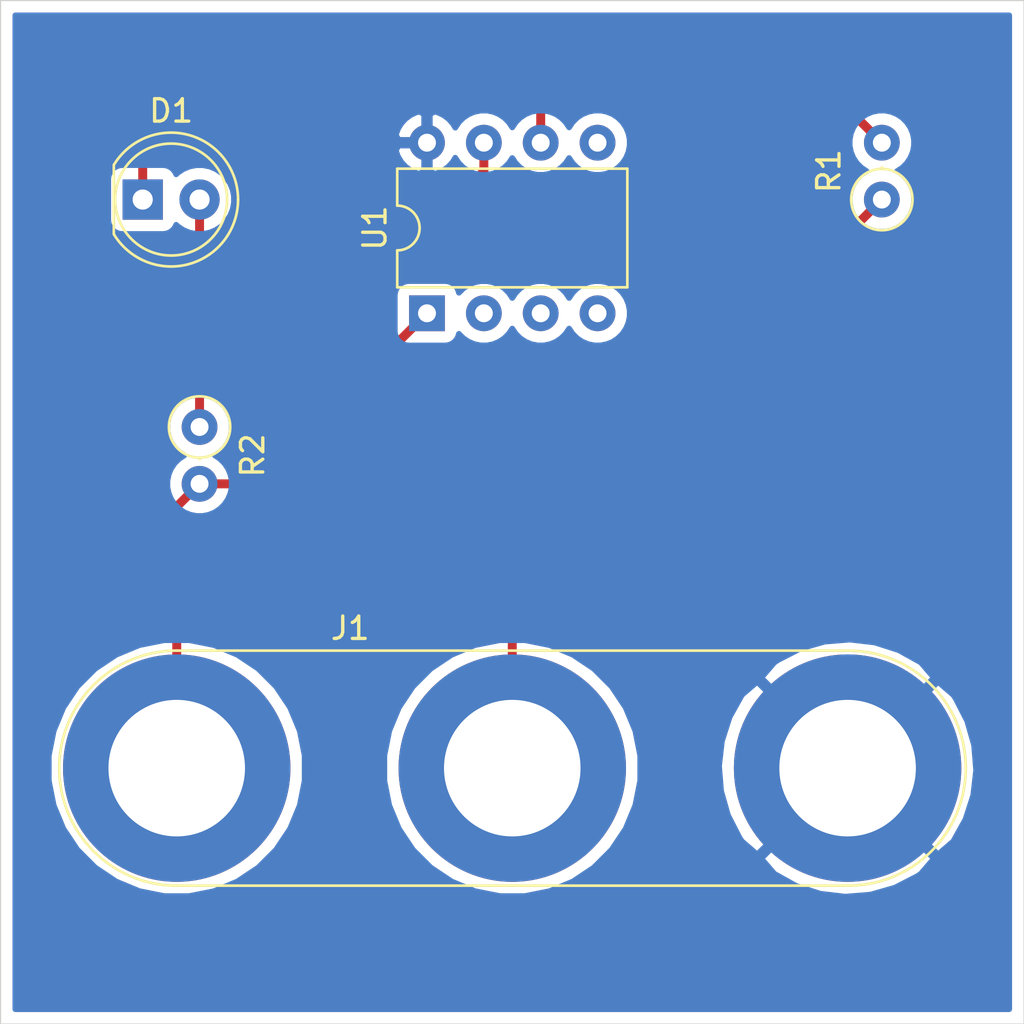
<source format=kicad_pcb>
(kicad_pcb (version 20171130) (host pcbnew "(5.1.10)-1")

  (general
    (thickness 1.6)
    (drawings 4)
    (tracks 24)
    (zones 0)
    (modules 5)
    (nets 11)
  )

  (page A4)
  (title_block
    (title 20210714)
  )

  (layers
    (0 F.Cu signal)
    (31 B.Cu signal)
    (32 B.Adhes user)
    (33 F.Adhes user)
    (34 B.Paste user)
    (35 F.Paste user)
    (36 B.SilkS user)
    (37 F.SilkS user)
    (38 B.Mask user)
    (39 F.Mask user)
    (40 Dwgs.User user)
    (41 Cmts.User user)
    (42 Eco1.User user)
    (43 Eco2.User user)
    (44 Edge.Cuts user)
    (45 Margin user)
    (46 B.CrtYd user)
    (47 F.CrtYd user)
    (48 B.Fab user)
    (49 F.Fab user)
  )

  (setup
    (last_trace_width 0.4)
    (trace_clearance 0.254)
    (zone_clearance 0.508)
    (zone_45_only no)
    (trace_min 0.2)
    (via_size 1.4)
    (via_drill 0.6)
    (via_min_size 0.4)
    (via_min_drill 0.3)
    (uvia_size 0.5)
    (uvia_drill 0.127)
    (uvias_allowed no)
    (uvia_min_size 0.2)
    (uvia_min_drill 0.1)
    (edge_width 0.05)
    (segment_width 0.2)
    (pcb_text_width 0.3)
    (pcb_text_size 1.5 1.5)
    (mod_edge_width 0.12)
    (mod_text_size 1 1)
    (mod_text_width 0.15)
    (pad_size 1.524 1.524)
    (pad_drill 0.762)
    (pad_to_mask_clearance 0)
    (aux_axis_origin 0 0)
    (visible_elements FFFFFF7F)
    (pcbplotparams
      (layerselection 0x010fc_ffffffff)
      (usegerberextensions false)
      (usegerberattributes true)
      (usegerberadvancedattributes true)
      (creategerberjobfile true)
      (excludeedgelayer true)
      (linewidth 0.100000)
      (plotframeref false)
      (viasonmask false)
      (mode 1)
      (useauxorigin false)
      (hpglpennumber 1)
      (hpglpenspeed 20)
      (hpglpendiameter 15.000000)
      (psnegative false)
      (psa4output false)
      (plotreference true)
      (plotvalue true)
      (plotinvisibletext false)
      (padsonsilk false)
      (subtractmaskfromsilk false)
      (outputformat 1)
      (mirror false)
      (drillshape 0)
      (scaleselection 1)
      (outputdirectory "G:/KiCADPGM/20210714/Gerber/"))
  )

  (net 0 "")
  (net 1 "Net-(D1-Pad1)")
  (net 2 "Net-(D1-Pad2)")
  (net 3 VCC)
  (net 4 GND)
  (net 5 "Net-(J1-Pad2)")
  (net 6 /INPUT)
  (net 7 "Net-(U1-Pad5)")
  (net 8 "Net-(U1-Pad2)")
  (net 9 "Net-(U1-Pad3)")
  (net 10 "Net-(U1-Pad4)")

  (net_class Default "This is the default net class."
    (clearance 0.254)
    (trace_width 0.4)
    (via_dia 1.4)
    (via_drill 0.6)
    (uvia_dia 0.5)
    (uvia_drill 0.127)
    (add_net /INPUT)
    (add_net GND)
    (add_net "Net-(D1-Pad1)")
    (add_net "Net-(D1-Pad2)")
    (add_net "Net-(J1-Pad2)")
    (add_net "Net-(U1-Pad2)")
    (add_net "Net-(U1-Pad3)")
    (add_net "Net-(U1-Pad4)")
    (add_net "Net-(U1-Pad5)")
    (add_net VCC)
  )

  (module LED_THT:LED_D5.0mm (layer F.Cu) (tedit 5995936A) (tstamp 60EE35A2)
    (at 101.6 72.39)
    (descr "LED, diameter 5.0mm, 2 pins, http://cdn-reichelt.de/documents/datenblatt/A500/LL-504BC2E-009.pdf")
    (tags "LED diameter 5.0mm 2 pins")
    (path /60EECDEB)
    (fp_text reference D1 (at 1.27 -3.96) (layer F.SilkS)
      (effects (font (size 1 1) (thickness 0.15)))
    )
    (fp_text value LED (at 1.27 3.96) (layer F.Fab)
      (effects (font (size 1 1) (thickness 0.15)))
    )
    (fp_line (start 4.5 -3.25) (end -1.95 -3.25) (layer F.CrtYd) (width 0.05))
    (fp_line (start 4.5 3.25) (end 4.5 -3.25) (layer F.CrtYd) (width 0.05))
    (fp_line (start -1.95 3.25) (end 4.5 3.25) (layer F.CrtYd) (width 0.05))
    (fp_line (start -1.95 -3.25) (end -1.95 3.25) (layer F.CrtYd) (width 0.05))
    (fp_line (start -1.29 -1.545) (end -1.29 1.545) (layer F.SilkS) (width 0.12))
    (fp_line (start -1.23 -1.469694) (end -1.23 1.469694) (layer F.Fab) (width 0.1))
    (fp_circle (center 1.27 0) (end 3.77 0) (layer F.SilkS) (width 0.12))
    (fp_circle (center 1.27 0) (end 3.77 0) (layer F.Fab) (width 0.1))
    (fp_arc (start 1.27 0) (end -1.23 -1.469694) (angle 299.1) (layer F.Fab) (width 0.1))
    (fp_arc (start 1.27 0) (end -1.29 -1.54483) (angle 148.9) (layer F.SilkS) (width 0.12))
    (fp_arc (start 1.27 0) (end -1.29 1.54483) (angle -148.9) (layer F.SilkS) (width 0.12))
    (fp_text user %R (at 1.25 0) (layer F.Fab)
      (effects (font (size 0.8 0.8) (thickness 0.2)))
    )
    (pad 1 thru_hole rect (at 0 0) (size 1.8 1.8) (drill 0.9) (layers *.Cu *.Mask)
      (net 1 "Net-(D1-Pad1)"))
    (pad 2 thru_hole circle (at 2.54 0) (size 1.8 1.8) (drill 0.9) (layers *.Cu *.Mask)
      (net 2 "Net-(D1-Pad2)"))
    (model ${KISYS3DMOD}/LED_THT.3dshapes/LED_D5.0mm.wrl
      (at (xyz 0 0 0))
      (scale (xyz 1 1 1))
      (rotate (xyz 0 0 0))
    )
  )

  (module Connector:Banana_Jack_3Pin (layer F.Cu) (tedit 5A1AB217) (tstamp 60EE35B8)
    (at 103.12 97.79)
    (descr "Triple banana socket, footprint - 3 x 6mm drills")
    (tags "banana socket")
    (path /60EF54F8)
    (fp_text reference J1 (at 7.75 -6.25) (layer F.SilkS)
      (effects (font (size 1 1) (thickness 0.15)))
    )
    (fp_text value MYCONN3 (at 22.5 -6.25) (layer F.Fab)
      (effects (font (size 1 1) (thickness 0.15)))
    )
    (fp_circle (center 0 0) (end 2 0) (layer F.Fab) (width 0.1))
    (fp_circle (center 0 0) (end 4.75 0) (layer F.Fab) (width 0.1))
    (fp_circle (center 15 0) (end 17 0) (layer F.Fab) (width 0.1))
    (fp_circle (center 15 0) (end 19.75 0) (layer F.Fab) (width 0.1))
    (fp_circle (center 30 0) (end 30 -4.75) (layer F.Fab) (width 0.1))
    (fp_circle (center 30 0) (end 30 -2) (layer F.Fab) (width 0.1))
    (fp_line (start 30 -5.25) (end 0 -5.25) (layer F.SilkS) (width 0.12))
    (fp_line (start 0 5.25) (end 30 5.25) (layer F.SilkS) (width 0.12))
    (fp_line (start 0 -5.5) (end 30 -5.5) (layer F.CrtYd) (width 0.05))
    (fp_line (start 30 5.5) (end 0 5.5) (layer F.CrtYd) (width 0.05))
    (fp_text user %R (at 14.99 0) (layer F.Fab)
      (effects (font (size 0.8 0.8) (thickness 0.12)))
    )
    (fp_arc (start 0 0) (end 0 5.5) (angle 180) (layer F.CrtYd) (width 0.05))
    (fp_arc (start 30 0) (end 30 -5.5) (angle 180) (layer F.CrtYd) (width 0.05))
    (fp_arc (start 30 0) (end 30 -5.25) (angle 180) (layer F.SilkS) (width 0.12))
    (fp_arc (start 0 0) (end 0 5.25) (angle 180) (layer F.SilkS) (width 0.12))
    (pad 1 thru_hole circle (at 0 0) (size 10.16 10.16) (drill 6.1) (layers *.Cu *.Mask)
      (net 3 VCC))
    (pad 3 thru_hole circle (at 29.97 0) (size 10.16 10.16) (drill 6.1) (layers *.Cu *.Mask)
      (net 4 GND))
    (pad 2 thru_hole circle (at 14.99 0) (size 10.16 10.16) (drill 6.1) (layers *.Cu *.Mask)
      (net 5 "Net-(J1-Pad2)"))
    (model ${KISYS3DMOD}/Connector.3dshapes/Banana_Jack_3Pin.wrl
      (offset (xyz 14.9999997746626 0 0))
      (scale (xyz 2 2 2))
      (rotate (xyz 0 0 0))
    )
  )

  (module Resistor_THT:R_Axial_DIN0207_L6.3mm_D2.5mm_P2.54mm_Vertical (layer F.Cu) (tedit 5AE5139B) (tstamp 60EE35C7)
    (at 134.62 72.39 90)
    (descr "Resistor, Axial_DIN0207 series, Axial, Vertical, pin pitch=2.54mm, 0.25W = 1/4W, length*diameter=6.3*2.5mm^2, http://cdn-reichelt.de/documents/datenblatt/B400/1_4W%23YAG.pdf")
    (tags "Resistor Axial_DIN0207 series Axial Vertical pin pitch 2.54mm 0.25W = 1/4W length 6.3mm diameter 2.5mm")
    (path /60EE6F15)
    (fp_text reference R1 (at 1.27 -2.37 90) (layer F.SilkS)
      (effects (font (size 1 1) (thickness 0.15)))
    )
    (fp_text value 100 (at 1.27 2.37 90) (layer F.Fab)
      (effects (font (size 1 1) (thickness 0.15)))
    )
    (fp_text user %R (at 1.27 -2.37 90) (layer F.Fab)
      (effects (font (size 1 1) (thickness 0.15)))
    )
    (fp_circle (center 0 0) (end 1.25 0) (layer F.Fab) (width 0.1))
    (fp_circle (center 0 0) (end 1.37 0) (layer F.SilkS) (width 0.12))
    (fp_line (start 0 0) (end 2.54 0) (layer F.Fab) (width 0.1))
    (fp_line (start 1.37 0) (end 1.44 0) (layer F.SilkS) (width 0.12))
    (fp_line (start -1.5 -1.5) (end -1.5 1.5) (layer F.CrtYd) (width 0.05))
    (fp_line (start -1.5 1.5) (end 3.59 1.5) (layer F.CrtYd) (width 0.05))
    (fp_line (start 3.59 1.5) (end 3.59 -1.5) (layer F.CrtYd) (width 0.05))
    (fp_line (start 3.59 -1.5) (end -1.5 -1.5) (layer F.CrtYd) (width 0.05))
    (pad 2 thru_hole oval (at 2.54 0 90) (size 1.6 1.6) (drill 0.8) (layers *.Cu *.Mask)
      (net 6 /INPUT))
    (pad 1 thru_hole circle (at 0 0 90) (size 1.6 1.6) (drill 0.8) (layers *.Cu *.Mask)
      (net 5 "Net-(J1-Pad2)"))
    (model ${KISYS3DMOD}/Resistor_THT.3dshapes/R_Axial_DIN0207_L6.3mm_D2.5mm_P2.54mm_Vertical.wrl
      (at (xyz 0 0 0))
      (scale (xyz 1 1 1))
      (rotate (xyz 0 0 0))
    )
  )

  (module Resistor_THT:R_Axial_DIN0207_L6.3mm_D2.5mm_P2.54mm_Vertical (layer F.Cu) (tedit 5AE5139B) (tstamp 60EE35D6)
    (at 104.14 82.55 270)
    (descr "Resistor, Axial_DIN0207 series, Axial, Vertical, pin pitch=2.54mm, 0.25W = 1/4W, length*diameter=6.3*2.5mm^2, http://cdn-reichelt.de/documents/datenblatt/B400/1_4W%23YAG.pdf")
    (tags "Resistor Axial_DIN0207 series Axial Vertical pin pitch 2.54mm 0.25W = 1/4W length 6.3mm diameter 2.5mm")
    (path /60EE5CFB)
    (fp_text reference R2 (at 1.27 -2.37 90) (layer F.SilkS)
      (effects (font (size 1 1) (thickness 0.15)))
    )
    (fp_text value 1K (at 1.27 2.37 90) (layer F.Fab)
      (effects (font (size 1 1) (thickness 0.15)))
    )
    (fp_line (start 3.59 -1.5) (end -1.5 -1.5) (layer F.CrtYd) (width 0.05))
    (fp_line (start 3.59 1.5) (end 3.59 -1.5) (layer F.CrtYd) (width 0.05))
    (fp_line (start -1.5 1.5) (end 3.59 1.5) (layer F.CrtYd) (width 0.05))
    (fp_line (start -1.5 -1.5) (end -1.5 1.5) (layer F.CrtYd) (width 0.05))
    (fp_line (start 1.37 0) (end 1.44 0) (layer F.SilkS) (width 0.12))
    (fp_line (start 0 0) (end 2.54 0) (layer F.Fab) (width 0.1))
    (fp_circle (center 0 0) (end 1.37 0) (layer F.SilkS) (width 0.12))
    (fp_circle (center 0 0) (end 1.25 0) (layer F.Fab) (width 0.1))
    (fp_text user %R (at 1.27 -2.37 90) (layer F.Fab)
      (effects (font (size 1 1) (thickness 0.15)))
    )
    (pad 1 thru_hole circle (at 0 0 270) (size 1.6 1.6) (drill 0.8) (layers *.Cu *.Mask)
      (net 2 "Net-(D1-Pad2)"))
    (pad 2 thru_hole oval (at 2.54 0 270) (size 1.6 1.6) (drill 0.8) (layers *.Cu *.Mask)
      (net 3 VCC))
    (model ${KISYS3DMOD}/Resistor_THT.3dshapes/R_Axial_DIN0207_L6.3mm_D2.5mm_P2.54mm_Vertical.wrl
      (at (xyz 0 0 0))
      (scale (xyz 1 1 1))
      (rotate (xyz 0 0 0))
    )
  )

  (module Package_DIP:DIP-8_W7.62mm (layer F.Cu) (tedit 5A02E8C5) (tstamp 60EE35F2)
    (at 114.3 77.47 90)
    (descr "8-lead though-hole mounted DIP package, row spacing 7.62 mm (300 mils)")
    (tags "THT DIP DIL PDIP 2.54mm 7.62mm 300mil")
    (path /60EE8BBE)
    (fp_text reference U1 (at 3.81 -2.33 90) (layer F.SilkS)
      (effects (font (size 1 1) (thickness 0.15)))
    )
    (fp_text value PIC12C508A-ISN (at 3.81 9.95 90) (layer F.Fab)
      (effects (font (size 1 1) (thickness 0.15)))
    )
    (fp_line (start 8.7 -1.55) (end -1.1 -1.55) (layer F.CrtYd) (width 0.05))
    (fp_line (start 8.7 9.15) (end 8.7 -1.55) (layer F.CrtYd) (width 0.05))
    (fp_line (start -1.1 9.15) (end 8.7 9.15) (layer F.CrtYd) (width 0.05))
    (fp_line (start -1.1 -1.55) (end -1.1 9.15) (layer F.CrtYd) (width 0.05))
    (fp_line (start 6.46 -1.33) (end 4.81 -1.33) (layer F.SilkS) (width 0.12))
    (fp_line (start 6.46 8.95) (end 6.46 -1.33) (layer F.SilkS) (width 0.12))
    (fp_line (start 1.16 8.95) (end 6.46 8.95) (layer F.SilkS) (width 0.12))
    (fp_line (start 1.16 -1.33) (end 1.16 8.95) (layer F.SilkS) (width 0.12))
    (fp_line (start 2.81 -1.33) (end 1.16 -1.33) (layer F.SilkS) (width 0.12))
    (fp_line (start 0.635 -0.27) (end 1.635 -1.27) (layer F.Fab) (width 0.1))
    (fp_line (start 0.635 8.89) (end 0.635 -0.27) (layer F.Fab) (width 0.1))
    (fp_line (start 6.985 8.89) (end 0.635 8.89) (layer F.Fab) (width 0.1))
    (fp_line (start 6.985 -1.27) (end 6.985 8.89) (layer F.Fab) (width 0.1))
    (fp_line (start 1.635 -1.27) (end 6.985 -1.27) (layer F.Fab) (width 0.1))
    (fp_arc (start 3.81 -1.33) (end 2.81 -1.33) (angle -180) (layer F.SilkS) (width 0.12))
    (fp_text user %R (at 3.81 3.81 90) (layer F.Fab)
      (effects (font (size 1 1) (thickness 0.15)))
    )
    (pad 1 thru_hole rect (at 0 0 90) (size 1.6 1.6) (drill 0.8) (layers *.Cu *.Mask)
      (net 3 VCC))
    (pad 5 thru_hole oval (at 7.62 7.62 90) (size 1.6 1.6) (drill 0.8) (layers *.Cu *.Mask)
      (net 7 "Net-(U1-Pad5)"))
    (pad 2 thru_hole oval (at 0 2.54 90) (size 1.6 1.6) (drill 0.8) (layers *.Cu *.Mask)
      (net 8 "Net-(U1-Pad2)"))
    (pad 6 thru_hole oval (at 7.62 5.08 90) (size 1.6 1.6) (drill 0.8) (layers *.Cu *.Mask)
      (net 6 /INPUT))
    (pad 3 thru_hole oval (at 0 5.08 90) (size 1.6 1.6) (drill 0.8) (layers *.Cu *.Mask)
      (net 9 "Net-(U1-Pad3)"))
    (pad 7 thru_hole oval (at 7.62 2.54 90) (size 1.6 1.6) (drill 0.8) (layers *.Cu *.Mask)
      (net 1 "Net-(D1-Pad1)"))
    (pad 4 thru_hole oval (at 0 7.62 90) (size 1.6 1.6) (drill 0.8) (layers *.Cu *.Mask)
      (net 10 "Net-(U1-Pad4)"))
    (pad 8 thru_hole oval (at 7.62 0 90) (size 1.6 1.6) (drill 0.8) (layers *.Cu *.Mask)
      (net 4 GND))
    (model ${KISYS3DMOD}/Package_DIP.3dshapes/DIP-8_W7.62mm.wrl
      (at (xyz 0 0 0))
      (scale (xyz 1 1 1))
      (rotate (xyz 0 0 0))
    )
  )

  (gr_line (start 95.25 109.22) (end 95.25 63.5) (layer Edge.Cuts) (width 0.05) (tstamp 60EE3957))
  (gr_line (start 140.97 109.22) (end 95.25 109.22) (layer Edge.Cuts) (width 0.05))
  (gr_line (start 140.97 63.5) (end 140.97 109.22) (layer Edge.Cuts) (width 0.05))
  (gr_line (start 95.25 63.5) (end 140.97 63.5) (layer Edge.Cuts) (width 0.05))

  (segment (start 101.6 69.85) (end 101.6 72.39) (width 0.4) (layer F.Cu) (net 1))
  (segment (start 102.87 68.58) (end 101.6 69.85) (width 0.4) (layer F.Cu) (net 1))
  (segment (start 109.22 72.39) (end 105.41 68.58) (width 0.4) (layer F.Cu) (net 1))
  (segment (start 105.41 68.58) (end 102.87 68.58) (width 0.4) (layer F.Cu) (net 1))
  (segment (start 115.57 72.39) (end 109.22 72.39) (width 0.4) (layer F.Cu) (net 1))
  (segment (start 116.84 71.12) (end 115.57 72.39) (width 0.4) (layer F.Cu) (net 1))
  (segment (start 116.84 69.85) (end 116.84 71.12) (width 0.4) (layer F.Cu) (net 1))
  (segment (start 104.14 72.39) (end 104.14 82.55) (width 0.4) (layer F.Cu) (net 2))
  (segment (start 103.12 86.11) (end 104.14 85.09) (width 0.4) (layer F.Cu) (net 3))
  (segment (start 103.12 97.79) (end 103.12 86.11) (width 0.4) (layer F.Cu) (net 3))
  (segment (start 106.68 85.09) (end 114.3 77.47) (width 0.4) (layer F.Cu) (net 3))
  (segment (start 104.14 85.09) (end 106.68 85.09) (width 0.4) (layer F.Cu) (net 3))
  (segment (start 137.16 66.04) (end 137.16 93.72) (width 0.4) (layer F.Cu) (net 4))
  (segment (start 137.16 93.72) (end 133.09 97.79) (width 0.4) (layer F.Cu) (net 4))
  (segment (start 135.89 64.77) (end 137.16 66.04) (width 0.4) (layer F.Cu) (net 4))
  (segment (start 115.57 64.77) (end 135.89 64.77) (width 0.4) (layer F.Cu) (net 4))
  (segment (start 114.3 66.04) (end 115.57 64.77) (width 0.4) (layer F.Cu) (net 4))
  (segment (start 114.3 69.85) (end 114.3 66.04) (width 0.4) (layer F.Cu) (net 4))
  (segment (start 118.11 88.9) (end 134.62 72.39) (width 0.4) (layer F.Cu) (net 5))
  (segment (start 118.11 97.79) (end 118.11 88.9) (width 0.4) (layer F.Cu) (net 5))
  (segment (start 119.38 67.31) (end 119.38 69.85) (width 0.4) (layer F.Cu) (net 6))
  (segment (start 120.65 66.04) (end 119.38 67.31) (width 0.4) (layer F.Cu) (net 6))
  (segment (start 130.81 66.04) (end 120.65 66.04) (width 0.4) (layer F.Cu) (net 6))
  (segment (start 134.62 69.85) (end 130.81 66.04) (width 0.4) (layer F.Cu) (net 6))

  (zone (net 4) (net_name GND) (layer B.Cu) (tstamp 60EE3A2B) (hatch edge 0.508)
    (connect_pads (clearance 0.508))
    (min_thickness 0.254)
    (fill yes (arc_segments 32) (thermal_gap 0.508) (thermal_bridge_width 0.508))
    (polygon
      (pts
        (xy 140.97 109.22) (xy 95.25 109.22) (xy 95.25 63.5) (xy 140.97 63.5)
      )
    )
    (filled_polygon
      (pts
        (xy 140.310001 108.56) (xy 95.91 108.56) (xy 95.91 97.227122) (xy 97.405 97.227122) (xy 97.405 98.352878)
        (xy 97.624625 99.457004) (xy 98.055433 100.497067) (xy 98.68087 101.4331) (xy 99.4769 102.22913) (xy 100.412933 102.854567)
        (xy 101.452996 103.285375) (xy 102.557122 103.505) (xy 103.682878 103.505) (xy 104.787004 103.285375) (xy 105.827067 102.854567)
        (xy 106.7631 102.22913) (xy 107.55913 101.4331) (xy 108.184567 100.497067) (xy 108.615375 99.457004) (xy 108.835 98.352878)
        (xy 108.835 97.227122) (xy 112.395 97.227122) (xy 112.395 98.352878) (xy 112.614625 99.457004) (xy 113.045433 100.497067)
        (xy 113.67087 101.4331) (xy 114.4669 102.22913) (xy 115.402933 102.854567) (xy 116.442996 103.285375) (xy 117.547122 103.505)
        (xy 118.672878 103.505) (xy 119.777004 103.285375) (xy 120.817067 102.854567) (xy 121.7531 102.22913) (xy 122.155034 101.827196)
        (xy 129.232409 101.827196) (xy 129.818124 102.509416) (xy 130.801704 103.057045) (xy 131.873223 103.402265) (xy 132.991501 103.531808)
        (xy 134.113565 103.440697) (xy 135.196294 103.132433) (xy 136.198079 102.618863) (xy 136.361876 102.509416) (xy 136.947591 101.827196)
        (xy 133.09 97.969605) (xy 129.232409 101.827196) (xy 122.155034 101.827196) (xy 122.54913 101.4331) (xy 123.174567 100.497067)
        (xy 123.605375 99.457004) (xy 123.825 98.352878) (xy 123.825 97.691501) (xy 127.348192 97.691501) (xy 127.439303 98.813565)
        (xy 127.747567 99.896294) (xy 128.261137 100.898079) (xy 128.370584 101.061876) (xy 129.052804 101.647591) (xy 132.910395 97.79)
        (xy 133.269605 97.79) (xy 137.127196 101.647591) (xy 137.809416 101.061876) (xy 138.357045 100.078296) (xy 138.702265 99.006777)
        (xy 138.831808 97.888499) (xy 138.740697 96.766435) (xy 138.432433 95.683706) (xy 137.918863 94.681921) (xy 137.809416 94.518124)
        (xy 137.127196 93.932409) (xy 133.269605 97.79) (xy 132.910395 97.79) (xy 129.052804 93.932409) (xy 128.370584 94.518124)
        (xy 127.822955 95.501704) (xy 127.477735 96.573223) (xy 127.348192 97.691501) (xy 123.825 97.691501) (xy 123.825 97.227122)
        (xy 123.605375 96.122996) (xy 123.174567 95.082933) (xy 122.54913 94.1469) (xy 122.155034 93.752804) (xy 129.232409 93.752804)
        (xy 133.09 97.610395) (xy 136.947591 93.752804) (xy 136.361876 93.070584) (xy 135.378296 92.522955) (xy 134.306777 92.177735)
        (xy 133.188499 92.048192) (xy 132.066435 92.139303) (xy 130.983706 92.447567) (xy 129.981921 92.961137) (xy 129.818124 93.070584)
        (xy 129.232409 93.752804) (xy 122.155034 93.752804) (xy 121.7531 93.35087) (xy 120.817067 92.725433) (xy 119.777004 92.294625)
        (xy 118.672878 92.075) (xy 117.547122 92.075) (xy 116.442996 92.294625) (xy 115.402933 92.725433) (xy 114.4669 93.35087)
        (xy 113.67087 94.1469) (xy 113.045433 95.082933) (xy 112.614625 96.122996) (xy 112.395 97.227122) (xy 108.835 97.227122)
        (xy 108.615375 96.122996) (xy 108.184567 95.082933) (xy 107.55913 94.1469) (xy 106.7631 93.35087) (xy 105.827067 92.725433)
        (xy 104.787004 92.294625) (xy 103.682878 92.075) (xy 102.557122 92.075) (xy 101.452996 92.294625) (xy 100.412933 92.725433)
        (xy 99.4769 93.35087) (xy 98.68087 94.1469) (xy 98.055433 95.082933) (xy 97.624625 96.122996) (xy 97.405 97.227122)
        (xy 95.91 97.227122) (xy 95.91 82.408665) (xy 102.705 82.408665) (xy 102.705 82.691335) (xy 102.760147 82.968574)
        (xy 102.86832 83.229727) (xy 103.025363 83.464759) (xy 103.225241 83.664637) (xy 103.457759 83.82) (xy 103.225241 83.975363)
        (xy 103.025363 84.175241) (xy 102.86832 84.410273) (xy 102.760147 84.671426) (xy 102.705 84.948665) (xy 102.705 85.231335)
        (xy 102.760147 85.508574) (xy 102.86832 85.769727) (xy 103.025363 86.004759) (xy 103.225241 86.204637) (xy 103.460273 86.36168)
        (xy 103.721426 86.469853) (xy 103.998665 86.525) (xy 104.281335 86.525) (xy 104.558574 86.469853) (xy 104.819727 86.36168)
        (xy 105.054759 86.204637) (xy 105.254637 86.004759) (xy 105.41168 85.769727) (xy 105.519853 85.508574) (xy 105.575 85.231335)
        (xy 105.575 84.948665) (xy 105.519853 84.671426) (xy 105.41168 84.410273) (xy 105.254637 84.175241) (xy 105.054759 83.975363)
        (xy 104.822241 83.82) (xy 105.054759 83.664637) (xy 105.254637 83.464759) (xy 105.41168 83.229727) (xy 105.519853 82.968574)
        (xy 105.575 82.691335) (xy 105.575 82.408665) (xy 105.519853 82.131426) (xy 105.41168 81.870273) (xy 105.254637 81.635241)
        (xy 105.054759 81.435363) (xy 104.819727 81.27832) (xy 104.558574 81.170147) (xy 104.281335 81.115) (xy 103.998665 81.115)
        (xy 103.721426 81.170147) (xy 103.460273 81.27832) (xy 103.225241 81.435363) (xy 103.025363 81.635241) (xy 102.86832 81.870273)
        (xy 102.760147 82.131426) (xy 102.705 82.408665) (xy 95.91 82.408665) (xy 95.91 76.67) (xy 112.861928 76.67)
        (xy 112.861928 78.27) (xy 112.874188 78.394482) (xy 112.910498 78.51418) (xy 112.969463 78.624494) (xy 113.048815 78.721185)
        (xy 113.145506 78.800537) (xy 113.25582 78.859502) (xy 113.375518 78.895812) (xy 113.5 78.908072) (xy 115.1 78.908072)
        (xy 115.224482 78.895812) (xy 115.34418 78.859502) (xy 115.454494 78.800537) (xy 115.551185 78.721185) (xy 115.630537 78.624494)
        (xy 115.689502 78.51418) (xy 115.725812 78.394482) (xy 115.726643 78.386039) (xy 115.925241 78.584637) (xy 116.160273 78.74168)
        (xy 116.421426 78.849853) (xy 116.698665 78.905) (xy 116.981335 78.905) (xy 117.258574 78.849853) (xy 117.519727 78.74168)
        (xy 117.754759 78.584637) (xy 117.954637 78.384759) (xy 118.11 78.152241) (xy 118.265363 78.384759) (xy 118.465241 78.584637)
        (xy 118.700273 78.74168) (xy 118.961426 78.849853) (xy 119.238665 78.905) (xy 119.521335 78.905) (xy 119.798574 78.849853)
        (xy 120.059727 78.74168) (xy 120.294759 78.584637) (xy 120.494637 78.384759) (xy 120.65 78.152241) (xy 120.805363 78.384759)
        (xy 121.005241 78.584637) (xy 121.240273 78.74168) (xy 121.501426 78.849853) (xy 121.778665 78.905) (xy 122.061335 78.905)
        (xy 122.338574 78.849853) (xy 122.599727 78.74168) (xy 122.834759 78.584637) (xy 123.034637 78.384759) (xy 123.19168 78.149727)
        (xy 123.299853 77.888574) (xy 123.355 77.611335) (xy 123.355 77.328665) (xy 123.299853 77.051426) (xy 123.19168 76.790273)
        (xy 123.034637 76.555241) (xy 122.834759 76.355363) (xy 122.599727 76.19832) (xy 122.338574 76.090147) (xy 122.061335 76.035)
        (xy 121.778665 76.035) (xy 121.501426 76.090147) (xy 121.240273 76.19832) (xy 121.005241 76.355363) (xy 120.805363 76.555241)
        (xy 120.65 76.787759) (xy 120.494637 76.555241) (xy 120.294759 76.355363) (xy 120.059727 76.19832) (xy 119.798574 76.090147)
        (xy 119.521335 76.035) (xy 119.238665 76.035) (xy 118.961426 76.090147) (xy 118.700273 76.19832) (xy 118.465241 76.355363)
        (xy 118.265363 76.555241) (xy 118.11 76.787759) (xy 117.954637 76.555241) (xy 117.754759 76.355363) (xy 117.519727 76.19832)
        (xy 117.258574 76.090147) (xy 116.981335 76.035) (xy 116.698665 76.035) (xy 116.421426 76.090147) (xy 116.160273 76.19832)
        (xy 115.925241 76.355363) (xy 115.726643 76.553961) (xy 115.725812 76.545518) (xy 115.689502 76.42582) (xy 115.630537 76.315506)
        (xy 115.551185 76.218815) (xy 115.454494 76.139463) (xy 115.34418 76.080498) (xy 115.224482 76.044188) (xy 115.1 76.031928)
        (xy 113.5 76.031928) (xy 113.375518 76.044188) (xy 113.25582 76.080498) (xy 113.145506 76.139463) (xy 113.048815 76.218815)
        (xy 112.969463 76.315506) (xy 112.910498 76.42582) (xy 112.874188 76.545518) (xy 112.861928 76.67) (xy 95.91 76.67)
        (xy 95.91 71.49) (xy 100.061928 71.49) (xy 100.061928 73.29) (xy 100.074188 73.414482) (xy 100.110498 73.53418)
        (xy 100.169463 73.644494) (xy 100.248815 73.741185) (xy 100.345506 73.820537) (xy 100.45582 73.879502) (xy 100.575518 73.915812)
        (xy 100.7 73.928072) (xy 102.5 73.928072) (xy 102.624482 73.915812) (xy 102.74418 73.879502) (xy 102.854494 73.820537)
        (xy 102.951185 73.741185) (xy 103.030537 73.644494) (xy 103.089502 73.53418) (xy 103.095056 73.515873) (xy 103.161495 73.582312)
        (xy 103.412905 73.750299) (xy 103.692257 73.866011) (xy 103.988816 73.925) (xy 104.291184 73.925) (xy 104.587743 73.866011)
        (xy 104.867095 73.750299) (xy 105.118505 73.582312) (xy 105.332312 73.368505) (xy 105.500299 73.117095) (xy 105.616011 72.837743)
        (xy 105.675 72.541184) (xy 105.675 72.238816) (xy 105.616011 71.942257) (xy 105.500299 71.662905) (xy 105.332312 71.411495)
        (xy 105.118505 71.197688) (xy 104.867095 71.029701) (xy 104.587743 70.913989) (xy 104.291184 70.855) (xy 103.988816 70.855)
        (xy 103.692257 70.913989) (xy 103.412905 71.029701) (xy 103.161495 71.197688) (xy 103.095056 71.264127) (xy 103.089502 71.24582)
        (xy 103.030537 71.135506) (xy 102.951185 71.038815) (xy 102.854494 70.959463) (xy 102.74418 70.900498) (xy 102.624482 70.864188)
        (xy 102.5 70.851928) (xy 100.7 70.851928) (xy 100.575518 70.864188) (xy 100.45582 70.900498) (xy 100.345506 70.959463)
        (xy 100.248815 71.038815) (xy 100.169463 71.135506) (xy 100.110498 71.24582) (xy 100.074188 71.365518) (xy 100.061928 71.49)
        (xy 95.91 71.49) (xy 95.91 70.19904) (xy 112.908091 70.19904) (xy 113.00293 70.463881) (xy 113.147615 70.705131)
        (xy 113.336586 70.913519) (xy 113.56258 71.081037) (xy 113.816913 71.201246) (xy 113.950961 71.241904) (xy 114.173 71.119915)
        (xy 114.173 69.977) (xy 113.029376 69.977) (xy 112.908091 70.19904) (xy 95.91 70.19904) (xy 95.91 69.50096)
        (xy 112.908091 69.50096) (xy 113.029376 69.723) (xy 114.173 69.723) (xy 114.173 68.580085) (xy 114.427 68.580085)
        (xy 114.427 69.723) (xy 114.447 69.723) (xy 114.447 69.977) (xy 114.427 69.977) (xy 114.427 71.119915)
        (xy 114.649039 71.241904) (xy 114.783087 71.201246) (xy 115.03742 71.081037) (xy 115.263414 70.913519) (xy 115.452385 70.705131)
        (xy 115.563933 70.519135) (xy 115.56832 70.529727) (xy 115.725363 70.764759) (xy 115.925241 70.964637) (xy 116.160273 71.12168)
        (xy 116.421426 71.229853) (xy 116.698665 71.285) (xy 116.981335 71.285) (xy 117.258574 71.229853) (xy 117.519727 71.12168)
        (xy 117.754759 70.964637) (xy 117.954637 70.764759) (xy 118.11 70.532241) (xy 118.265363 70.764759) (xy 118.465241 70.964637)
        (xy 118.700273 71.12168) (xy 118.961426 71.229853) (xy 119.238665 71.285) (xy 119.521335 71.285) (xy 119.798574 71.229853)
        (xy 120.059727 71.12168) (xy 120.294759 70.964637) (xy 120.494637 70.764759) (xy 120.65 70.532241) (xy 120.805363 70.764759)
        (xy 121.005241 70.964637) (xy 121.240273 71.12168) (xy 121.501426 71.229853) (xy 121.778665 71.285) (xy 122.061335 71.285)
        (xy 122.338574 71.229853) (xy 122.599727 71.12168) (xy 122.834759 70.964637) (xy 123.034637 70.764759) (xy 123.19168 70.529727)
        (xy 123.299853 70.268574) (xy 123.355 69.991335) (xy 123.355 69.708665) (xy 133.185 69.708665) (xy 133.185 69.991335)
        (xy 133.240147 70.268574) (xy 133.34832 70.529727) (xy 133.505363 70.764759) (xy 133.705241 70.964637) (xy 133.937759 71.12)
        (xy 133.705241 71.275363) (xy 133.505363 71.475241) (xy 133.34832 71.710273) (xy 133.240147 71.971426) (xy 133.185 72.248665)
        (xy 133.185 72.531335) (xy 133.240147 72.808574) (xy 133.34832 73.069727) (xy 133.505363 73.304759) (xy 133.705241 73.504637)
        (xy 133.940273 73.66168) (xy 134.201426 73.769853) (xy 134.478665 73.825) (xy 134.761335 73.825) (xy 135.038574 73.769853)
        (xy 135.299727 73.66168) (xy 135.534759 73.504637) (xy 135.734637 73.304759) (xy 135.89168 73.069727) (xy 135.999853 72.808574)
        (xy 136.055 72.531335) (xy 136.055 72.248665) (xy 135.999853 71.971426) (xy 135.89168 71.710273) (xy 135.734637 71.475241)
        (xy 135.534759 71.275363) (xy 135.302241 71.12) (xy 135.534759 70.964637) (xy 135.734637 70.764759) (xy 135.89168 70.529727)
        (xy 135.999853 70.268574) (xy 136.055 69.991335) (xy 136.055 69.708665) (xy 135.999853 69.431426) (xy 135.89168 69.170273)
        (xy 135.734637 68.935241) (xy 135.534759 68.735363) (xy 135.299727 68.57832) (xy 135.038574 68.470147) (xy 134.761335 68.415)
        (xy 134.478665 68.415) (xy 134.201426 68.470147) (xy 133.940273 68.57832) (xy 133.705241 68.735363) (xy 133.505363 68.935241)
        (xy 133.34832 69.170273) (xy 133.240147 69.431426) (xy 133.185 69.708665) (xy 123.355 69.708665) (xy 123.299853 69.431426)
        (xy 123.19168 69.170273) (xy 123.034637 68.935241) (xy 122.834759 68.735363) (xy 122.599727 68.57832) (xy 122.338574 68.470147)
        (xy 122.061335 68.415) (xy 121.778665 68.415) (xy 121.501426 68.470147) (xy 121.240273 68.57832) (xy 121.005241 68.735363)
        (xy 120.805363 68.935241) (xy 120.65 69.167759) (xy 120.494637 68.935241) (xy 120.294759 68.735363) (xy 120.059727 68.57832)
        (xy 119.798574 68.470147) (xy 119.521335 68.415) (xy 119.238665 68.415) (xy 118.961426 68.470147) (xy 118.700273 68.57832)
        (xy 118.465241 68.735363) (xy 118.265363 68.935241) (xy 118.11 69.167759) (xy 117.954637 68.935241) (xy 117.754759 68.735363)
        (xy 117.519727 68.57832) (xy 117.258574 68.470147) (xy 116.981335 68.415) (xy 116.698665 68.415) (xy 116.421426 68.470147)
        (xy 116.160273 68.57832) (xy 115.925241 68.735363) (xy 115.725363 68.935241) (xy 115.56832 69.170273) (xy 115.563933 69.180865)
        (xy 115.452385 68.994869) (xy 115.263414 68.786481) (xy 115.03742 68.618963) (xy 114.783087 68.498754) (xy 114.649039 68.458096)
        (xy 114.427 68.580085) (xy 114.173 68.580085) (xy 113.950961 68.458096) (xy 113.816913 68.498754) (xy 113.56258 68.618963)
        (xy 113.336586 68.786481) (xy 113.147615 68.994869) (xy 113.00293 69.236119) (xy 112.908091 69.50096) (xy 95.91 69.50096)
        (xy 95.91 64.16) (xy 140.31 64.16)
      )
    )
  )
)

</source>
